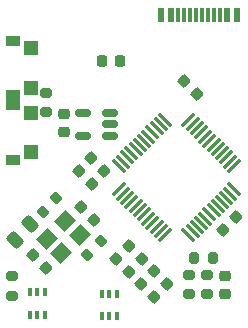
<source format=gbr>
%TF.GenerationSoftware,KiCad,Pcbnew,8.0.2*%
%TF.CreationDate,2024-08-03T15:43:08+02:00*%
%TF.ProjectId,ant control board v1.3,616e7420-636f-46e7-9472-6f6c20626f61,1.1*%
%TF.SameCoordinates,Original*%
%TF.FileFunction,Paste,Top*%
%TF.FilePolarity,Positive*%
%FSLAX46Y46*%
G04 Gerber Fmt 4.6, Leading zero omitted, Abs format (unit mm)*
G04 Created by KiCad (PCBNEW 8.0.2) date 2024-08-03 15:43:08*
%MOMM*%
%LPD*%
G01*
G04 APERTURE LIST*
G04 Aperture macros list*
%AMRoundRect*
0 Rectangle with rounded corners*
0 $1 Rounding radius*
0 $2 $3 $4 $5 $6 $7 $8 $9 X,Y pos of 4 corners*
0 Add a 4 corners polygon primitive as box body*
4,1,4,$2,$3,$4,$5,$6,$7,$8,$9,$2,$3,0*
0 Add four circle primitives for the rounded corners*
1,1,$1+$1,$2,$3*
1,1,$1+$1,$4,$5*
1,1,$1+$1,$6,$7*
1,1,$1+$1,$8,$9*
0 Add four rect primitives between the rounded corners*
20,1,$1+$1,$2,$3,$4,$5,0*
20,1,$1+$1,$4,$5,$6,$7,0*
20,1,$1+$1,$6,$7,$8,$9,0*
20,1,$1+$1,$8,$9,$2,$3,0*%
%AMRotRect*
0 Rectangle, with rotation*
0 The origin of the aperture is its center*
0 $1 length*
0 $2 width*
0 $3 Rotation angle, in degrees counterclockwise*
0 Add horizontal line*
21,1,$1,$2,0,0,$3*%
G04 Aperture macros list end*
%ADD10RotRect,1.400000X1.200000X225.000000*%
%ADD11RoundRect,0.200000X0.275000X-0.200000X0.275000X0.200000X-0.275000X0.200000X-0.275000X-0.200000X0*%
%ADD12RoundRect,0.200000X-0.275000X0.200000X-0.275000X-0.200000X0.275000X-0.200000X0.275000X0.200000X0*%
%ADD13RoundRect,0.225000X-0.017678X0.335876X-0.335876X0.017678X0.017678X-0.335876X0.335876X-0.017678X0*%
%ADD14RoundRect,0.225000X-0.250000X0.225000X-0.250000X-0.225000X0.250000X-0.225000X0.250000X0.225000X0*%
%ADD15RoundRect,0.225000X0.335876X0.017678X0.017678X0.335876X-0.335876X-0.017678X-0.017678X-0.335876X0*%
%ADD16RoundRect,0.100000X0.100000X-0.225000X0.100000X0.225000X-0.100000X0.225000X-0.100000X-0.225000X0*%
%ADD17RoundRect,0.225000X-0.335876X-0.017678X-0.017678X-0.335876X0.335876X0.017678X0.017678X0.335876X0*%
%ADD18RoundRect,0.200000X0.053033X-0.335876X0.335876X-0.053033X-0.053033X0.335876X-0.335876X0.053033X0*%
%ADD19RoundRect,0.200000X0.200000X0.275000X-0.200000X0.275000X-0.200000X-0.275000X0.200000X-0.275000X0*%
%ADD20R,1.300000X1.200000*%
%ADD21R,1.200000X0.900000*%
%ADD22RoundRect,0.225000X-0.225000X-0.250000X0.225000X-0.250000X0.225000X0.250000X-0.225000X0.250000X0*%
%ADD23RoundRect,0.075000X-0.415425X-0.521491X0.521491X0.415425X0.415425X0.521491X-0.521491X-0.415425X0*%
%ADD24RoundRect,0.075000X0.415425X-0.521491X0.521491X-0.415425X-0.415425X0.521491X-0.521491X0.415425X0*%
%ADD25RoundRect,0.150000X0.512500X0.150000X-0.512500X0.150000X-0.512500X-0.150000X0.512500X-0.150000X0*%
%ADD26R,0.600000X1.150000*%
%ADD27R,0.300000X1.150000*%
%ADD28RoundRect,0.243750X0.150260X-0.494975X0.494975X-0.150260X-0.150260X0.494975X-0.494975X0.150260X0*%
G04 APERTURE END LIST*
D10*
%TO.C,Y1*%
X142975577Y-92550342D03*
X141419942Y-94105977D03*
X142622023Y-95308058D03*
X144177658Y-93752423D03*
%TD*%
D11*
%TO.C,R12*%
X141376400Y-83375000D03*
X141376400Y-81725000D03*
%TD*%
D12*
%TO.C,R3*%
X154940000Y-97142800D03*
X154940000Y-98792800D03*
%TD*%
D13*
%TO.C,C9*%
X149442808Y-95768792D03*
X148346792Y-96864808D03*
%TD*%
D12*
%TO.C,R2*%
X153416000Y-97142800D03*
X153416000Y-98792800D03*
%TD*%
D14*
%TO.C,C4*%
X156464000Y-97192800D03*
X156464000Y-98742800D03*
%TD*%
D13*
%TO.C,C8*%
X148376008Y-94701992D03*
X147279992Y-95798008D03*
%TD*%
D15*
%TO.C,C13*%
X145201008Y-89397208D03*
X144104992Y-88301192D03*
%TD*%
D16*
%TO.C,U8*%
X139939000Y-100518000D03*
X140589000Y-100518000D03*
X141239000Y-100518000D03*
X141239000Y-98618000D03*
X140589000Y-98618000D03*
X139939000Y-98618000D03*
%TD*%
D17*
%TO.C,C1*%
X144282792Y-91349192D03*
X145378808Y-92445208D03*
%TD*%
D15*
%TO.C,C12*%
X146267808Y-88330408D03*
X145171792Y-87234392D03*
%TD*%
D11*
%TO.C,R13*%
X138430000Y-98919800D03*
X138430000Y-97269800D03*
%TD*%
D18*
%TO.C,R4*%
X144806237Y-95426963D03*
X145972963Y-94260237D03*
%TD*%
D15*
%TO.C,C2*%
X141314808Y-96509208D03*
X140218792Y-95413192D03*
%TD*%
D19*
%TO.C,R1*%
X155511000Y-95681800D03*
X153861000Y-95681800D03*
%TD*%
D13*
%TO.C,C16*%
X150509608Y-96835592D03*
X149413592Y-97931608D03*
%TD*%
%TO.C,C15*%
X151576408Y-97902392D03*
X150480392Y-98998408D03*
%TD*%
D20*
%TO.C,SW1*%
X140094000Y-86765000D03*
X140094000Y-83415000D03*
D21*
X138544000Y-87390000D03*
X138544000Y-82790000D03*
%TD*%
D14*
%TO.C,C31*%
X142849600Y-83502200D03*
X142849600Y-85052200D03*
%TD*%
D13*
%TO.C,C10*%
X157418408Y-92263592D03*
X156322392Y-93359608D03*
%TD*%
D20*
%TO.C,SW2*%
X140094000Y-81304000D03*
X140094000Y-77954000D03*
D21*
X138544000Y-81929000D03*
X138544000Y-77329000D03*
%TD*%
D18*
%TO.C,R5*%
X141047037Y-91820163D03*
X142213763Y-90653437D03*
%TD*%
D15*
%TO.C,C11*%
X154091008Y-81828008D03*
X152994992Y-80731992D03*
%TD*%
D16*
%TO.C,U9*%
X146035000Y-100645000D03*
X146685000Y-100645000D03*
X147335000Y-100645000D03*
X147335000Y-98745000D03*
X146685000Y-98745000D03*
X146035000Y-98745000D03*
%TD*%
D22*
%TO.C,C3*%
X146037000Y-79044800D03*
X147587000Y-79044800D03*
%TD*%
D23*
%TO.C,U2*%
X147512124Y-89898788D03*
X147865678Y-90252342D03*
X148219231Y-90605895D03*
X148572785Y-90959449D03*
X148926338Y-91313002D03*
X149279891Y-91666555D03*
X149633445Y-92020109D03*
X149986998Y-92373662D03*
X150340551Y-92727215D03*
X150694105Y-93080769D03*
X151047658Y-93434322D03*
X151401212Y-93787876D03*
D24*
X153398788Y-93787876D03*
X153752342Y-93434322D03*
X154105895Y-93080769D03*
X154459449Y-92727215D03*
X154813002Y-92373662D03*
X155166555Y-92020109D03*
X155520109Y-91666555D03*
X155873662Y-91313002D03*
X156227215Y-90959449D03*
X156580769Y-90605895D03*
X156934322Y-90252342D03*
X157287876Y-89898788D03*
D23*
X157287876Y-87901212D03*
X156934322Y-87547658D03*
X156580769Y-87194105D03*
X156227215Y-86840551D03*
X155873662Y-86486998D03*
X155520109Y-86133445D03*
X155166555Y-85779891D03*
X154813002Y-85426338D03*
X154459449Y-85072785D03*
X154105895Y-84719231D03*
X153752342Y-84365678D03*
X153398788Y-84012124D03*
D24*
X151401212Y-84012124D03*
X151047658Y-84365678D03*
X150694105Y-84719231D03*
X150340551Y-85072785D03*
X149986998Y-85426338D03*
X149633445Y-85779891D03*
X149279891Y-86133445D03*
X148926338Y-86486998D03*
X148572785Y-86840551D03*
X148219231Y-87194105D03*
X147865678Y-87547658D03*
X147512124Y-87901212D03*
%TD*%
D25*
%TO.C,U10*%
X146781100Y-85342900D03*
X146781100Y-84392900D03*
X146781100Y-83442900D03*
X144506100Y-83442900D03*
X144506100Y-85342900D03*
%TD*%
D26*
%TO.C,J4*%
X157493000Y-75110500D03*
X156693000Y-75110500D03*
D27*
X156043000Y-75110500D03*
X155543000Y-75110500D03*
X155043000Y-75110500D03*
X154543000Y-75110500D03*
X154043000Y-75110500D03*
X153543000Y-75110500D03*
X153043000Y-75110500D03*
X152543000Y-75110500D03*
D26*
X151893000Y-75110500D03*
X151093000Y-75110500D03*
%TD*%
D28*
%TO.C,D1*%
X138681487Y-94185713D03*
X140007313Y-92859887D03*
%TD*%
M02*

</source>
